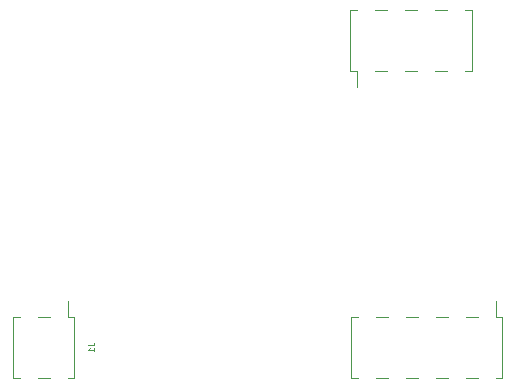
<source format=gbo>
G04 #@! TF.GenerationSoftware,KiCad,Pcbnew,8.0.1*
G04 #@! TF.CreationDate,2025-02-17T15:23:15+05:00*
G04 #@! TF.ProjectId,Sensors,53656e73-6f72-4732-9e6b-696361645f70,rev?*
G04 #@! TF.SameCoordinates,Original*
G04 #@! TF.FileFunction,Legend,Bot*
G04 #@! TF.FilePolarity,Positive*
%FSLAX46Y46*%
G04 Gerber Fmt 4.6, Leading zero omitted, Abs format (unit mm)*
G04 Created by KiCad (PCBNEW 8.0.1) date 2025-02-17 15:23:15*
%MOMM*%
%LPD*%
G01*
G04 APERTURE LIST*
%ADD10C,0.125000*%
%ADD11C,0.120000*%
%ADD12C,2.200000*%
%ADD13R,1.000000X3.000000*%
G04 APERTURE END LIST*
D10*
X158799809Y-119958333D02*
X159156952Y-119958333D01*
X159156952Y-119958333D02*
X159228380Y-119934524D01*
X159228380Y-119934524D02*
X159276000Y-119886905D01*
X159276000Y-119886905D02*
X159299809Y-119815476D01*
X159299809Y-119815476D02*
X159299809Y-119767857D01*
X159299809Y-120458333D02*
X159299809Y-120172619D01*
X159299809Y-120315476D02*
X158799809Y-120315476D01*
X158799809Y-120315476D02*
X158871238Y-120267857D01*
X158871238Y-120267857D02*
X158918857Y-120220238D01*
X158918857Y-120220238D02*
X158942666Y-120172619D01*
D11*
X181040000Y-117525000D02*
X181040000Y-122725000D01*
X181040000Y-117525000D02*
X181610000Y-117525000D01*
X181040000Y-122725000D02*
X181610000Y-122725000D01*
X183130000Y-117525000D02*
X184150000Y-117525000D01*
X183130000Y-122725000D02*
X184150000Y-122725000D01*
X185670000Y-117524999D02*
X186690000Y-117525000D01*
X185670000Y-122725001D02*
X186690000Y-122725000D01*
X188210000Y-117525000D02*
X189230000Y-117524999D01*
X188210000Y-122725000D02*
X189230000Y-122725001D01*
X190750000Y-117525000D02*
X191770000Y-117525000D01*
X190750000Y-122725000D02*
X191770000Y-122725000D01*
X193290000Y-116165000D02*
X193290000Y-117525000D01*
X193290000Y-117525000D02*
X193860000Y-117525000D01*
X193290000Y-122725000D02*
X193860000Y-122725000D01*
X193860000Y-117525000D02*
X193860000Y-122725000D01*
X152435001Y-117525000D02*
X152435001Y-122725000D01*
X152435001Y-117525000D02*
X153005001Y-117525000D01*
X152435001Y-122725000D02*
X153005001Y-122725000D01*
X154525001Y-117525000D02*
X155545001Y-117525000D01*
X154525001Y-122725000D02*
X155545001Y-122725000D01*
X157065001Y-116165000D02*
X157065001Y-117525000D01*
X157065001Y-117525000D02*
X157635001Y-117525000D01*
X157065001Y-122725000D02*
X157635001Y-122725000D01*
X157635001Y-117525000D02*
X157635001Y-122725000D01*
X180985001Y-96750000D02*
X180985001Y-91550000D01*
X181555000Y-91549999D02*
X180985001Y-91550000D01*
X181555000Y-96750001D02*
X180985001Y-96750000D01*
X181555000Y-98110000D02*
X181555000Y-96750001D01*
X184095000Y-91550000D02*
X183075000Y-91550000D01*
X184095000Y-96750000D02*
X183075000Y-96750000D01*
X186635000Y-91550000D02*
X185615000Y-91550000D01*
X186635000Y-96750000D02*
X185615000Y-96750000D01*
X189175000Y-91550000D02*
X188155000Y-91550000D01*
X189175000Y-96750000D02*
X188155000Y-96750000D01*
X191264999Y-91550000D02*
X190695000Y-91549999D01*
X191264999Y-96750000D02*
X190695000Y-96750001D01*
X191264999Y-96750000D02*
X191264999Y-91550000D01*
%LPC*%
D12*
X153100000Y-87225000D03*
X193125000Y-127150000D03*
X153125000Y-127150000D03*
X193125000Y-87150000D03*
D13*
X192530000Y-117604999D03*
X192530000Y-122645001D03*
X189990000Y-117605000D03*
X189990000Y-122645000D03*
X187450000Y-117605000D03*
X187450000Y-122645000D03*
X184910000Y-117605000D03*
X184910000Y-122645000D03*
X182370000Y-117604999D03*
X182370000Y-122645001D03*
X156305002Y-117605000D03*
X156305002Y-122645000D03*
X153765000Y-117605000D03*
X153765000Y-122645000D03*
X182315000Y-96670000D03*
X182315000Y-91630000D03*
X184854999Y-96670000D03*
X184854999Y-91630000D03*
X187395001Y-96670000D03*
X187395001Y-91630000D03*
X189935000Y-96670000D03*
X189935000Y-91630000D03*
%LPD*%
M02*

</source>
